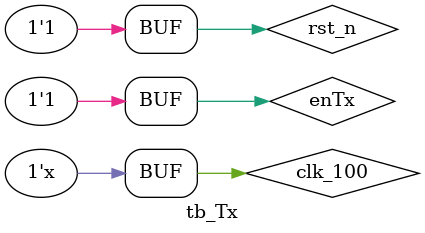
<source format=v>
`timescale 1ns / 1ps


module tb_Tx;

	// Inputs
	reg rst_n;
	reg enTx;
	reg clk_100;

	// Outputs
	wire overTx;
	wire [7:0] dadata;

	// Instantiate the Unit Under Test (UUT)
	Tx uut (
		.clk_100(clk_100), 
		.rst_n(rst_n), 
		.enTx(enTx), 
		.overTx(overTx), 
		.dadata(dadata)
	);

	initial begin
		// Initialize Inputs
		rst_n = 0;
		enTx = 0;
		clk_100 = 0;

		// Wait 100 ns for global reset to finish
		#90;
      rst_n = 1; 
		
		#20;
		enTx = 1;
		// Add stimulus here

	end
   

	always #10 clk_100=~clk_100;

endmodule


</source>
